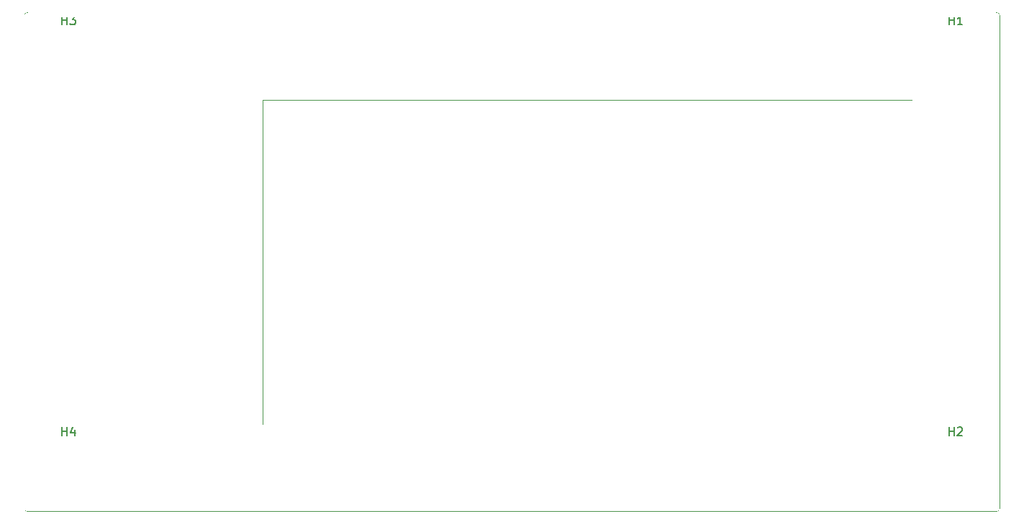
<source format=gto>
%TF.GenerationSoftware,KiCad,Pcbnew,(5.1.10-1-10_14)*%
%TF.CreationDate,2021-08-26T21:48:09+08:00*%
%TF.ProjectId,SMP top plate v.2 ,534d5020-746f-4702-9070-6c6174652076,rev?*%
%TF.SameCoordinates,Original*%
%TF.FileFunction,Legend,Top*%
%TF.FilePolarity,Positive*%
%FSLAX46Y46*%
G04 Gerber Fmt 4.6, Leading zero omitted, Abs format (unit mm)*
G04 Created by KiCad (PCBNEW (5.1.10-1-10_14)) date 2021-08-26 21:48:09*
%MOMM*%
%LPD*%
G01*
G04 APERTURE LIST*
%TA.AperFunction,Profile*%
%ADD10C,0.050000*%
%TD*%
%ADD11C,0.150000*%
%ADD12C,0.500000*%
%ADD13C,6.400000*%
%ADD14C,3.600000*%
G04 APERTURE END LIST*
D10*
X194200780Y-129593340D02*
G75*
G02*
X193878747Y-129928609I-322021J-12986D01*
G01*
X193878200Y-71188580D02*
G75*
G02*
X194213469Y-71510613I12986J-322021D01*
G01*
X183972200Y-81432400D02*
X107543600Y-81432400D01*
X183972200Y-119735600D02*
X183972200Y-81432400D01*
X107543600Y-119735600D02*
X183972200Y-119735600D01*
X107543600Y-81432400D02*
X107543600Y-119735600D01*
X79839820Y-129931160D02*
G75*
G02*
X79514700Y-129606040I0J325120D01*
G01*
X79517240Y-71513700D02*
G75*
G02*
X79842360Y-71188580I325120J0D01*
G01*
X79839820Y-129931160D02*
X193878200Y-129928620D01*
X194200780Y-129593340D02*
X194213469Y-71510613D01*
X193878200Y-71188580D02*
X79842360Y-71188580D01*
X79517240Y-71513700D02*
X79514700Y-129606040D01*
%TO.C,H1*%
D11*
X188290295Y-72604780D02*
X188290295Y-71604780D01*
X188290295Y-72080971D02*
X188861723Y-72080971D01*
X188861723Y-72604780D02*
X188861723Y-71604780D01*
X189861723Y-72604780D02*
X189290295Y-72604780D01*
X189576009Y-72604780D02*
X189576009Y-71604780D01*
X189480771Y-71747638D01*
X189385533Y-71842876D01*
X189290295Y-71890495D01*
%TO.C,H4*%
X83917695Y-121017180D02*
X83917695Y-120017180D01*
X83917695Y-120493371D02*
X84489123Y-120493371D01*
X84489123Y-121017180D02*
X84489123Y-120017180D01*
X85393885Y-120350514D02*
X85393885Y-121017180D01*
X85155790Y-119969561D02*
X84917695Y-120683847D01*
X85536742Y-120683847D01*
%TO.C,H3*%
X83917695Y-72604780D02*
X83917695Y-71604780D01*
X83917695Y-72080971D02*
X84489123Y-72080971D01*
X84489123Y-72604780D02*
X84489123Y-71604780D01*
X84870076Y-71604780D02*
X85489123Y-71604780D01*
X85155790Y-71985733D01*
X85298647Y-71985733D01*
X85393885Y-72033352D01*
X85441504Y-72080971D01*
X85489123Y-72176209D01*
X85489123Y-72414304D01*
X85441504Y-72509542D01*
X85393885Y-72557161D01*
X85298647Y-72604780D01*
X85012933Y-72604780D01*
X84917695Y-72557161D01*
X84870076Y-72509542D01*
%TO.C,H2*%
X188290295Y-121017180D02*
X188290295Y-120017180D01*
X188290295Y-120493371D02*
X188861723Y-120493371D01*
X188861723Y-121017180D02*
X188861723Y-120017180D01*
X189290295Y-120112419D02*
X189337914Y-120064800D01*
X189433152Y-120017180D01*
X189671247Y-120017180D01*
X189766485Y-120064800D01*
X189814104Y-120112419D01*
X189861723Y-120207657D01*
X189861723Y-120302895D01*
X189814104Y-120445752D01*
X189242676Y-121017180D01*
X189861723Y-121017180D01*
%TD*%
%LPC*%
D12*
X79791560Y-129651760D02*
X79792640Y-71462900D01*
X79791560Y-129651760D02*
X193939000Y-129654300D01*
X79792640Y-71462900D02*
X193929000Y-71462900D01*
X193939000Y-129651760D02*
X193939000Y-71462900D01*
X193939000Y-71462900D02*
X193939000Y-129654300D01*
X107264200Y-120015000D02*
X107264200Y-81153000D01*
X107264200Y-120015000D02*
X184251600Y-120015000D01*
X184251600Y-120015000D02*
X184251600Y-81153000D01*
X184251600Y-81153000D02*
X107264200Y-81153000D01*
D13*
%TO.C,H1*%
X189052200Y-76352400D03*
D14*
X189052200Y-76352400D03*
%TD*%
D13*
%TO.C,H4*%
X84679600Y-124764800D03*
D14*
X84679600Y-124764800D03*
%TD*%
D13*
%TO.C,H3*%
X84679600Y-76352400D03*
D14*
X84679600Y-76352400D03*
%TD*%
D13*
%TO.C,H2*%
X189052200Y-124764800D03*
D14*
X189052200Y-124764800D03*
%TD*%
M02*

</source>
